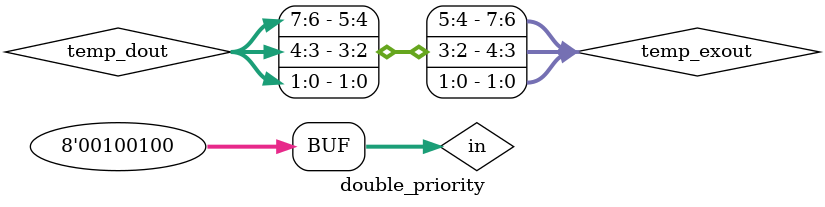
<source format=v>
module double_priority;
// =========== signal declaration ==================//
	reg [7:0]in;
	reg [2:0]out;

	reg [2:0]temp_out;
	reg [7:0]temp_dout,temp_exout;

// ============ logic for encoder operation ============//

	always @(in) begin
		casex(in)
			8'b0000_0001 : temp_out = 3'd0;
			8'b0000_001x: temp_out = 3'd1;
			8'b0000_01xx: temp_out = 3'd2;
			8'b0000_1xxx : temp_out = 3'd3;
			8'b0001_xxxx : temp_out = 3'd4;
			8'b001x_xxxx : temp_out = 3'd5;
			8'b01xx_xxxx : temp_out = 3'd6;
			8'b1xxx_xxxx : temp_out = 3'd7;
		endcase
	end

// =============== logic for decoder =================//

	always @(temp_out) begin
		case(temp_out) 
			8'd0 : temp_dout = 8'd1;
			8'd1 : temp_dout = 8'd2;
			8'd2 : temp_dout = 8'd4;
			8'd3 : temp_dout = 8'd8;
			8'd4 : temp_dout = 8'd16;
			8'd5 : temp_dout = 8'd32;
			8'd6 : temp_dout = 8'd64;
			8'd7 : temp_dout = 8'd128;
		endcase
	end 
// ==================  ex-or operations ==============//

	assign temp_exout[0] = temp_dout[0]^in[0];
	assign temp_exout[1] = temp_dout[1]^in[1];
	assign temp_exout[2] = temp_dout[2]^in[2];
	assign temp_exout[3] = temp_dout[3]^in[3];
	assign temp_exout[4] = temp_dout[4]^in[4];
	assign temp_exout[5] = temp_dout[5]^in[5];
	assign temp_exout[6] = temp_dout[6]^in[6];
	assign temp_exout[7] = temp_dout[7]^in[7];




// ============== logic for second encoder ================//

	always @(temp_exout) begin
		casex(temp_exout)
			8'b0000_0001 : out = 3'd0;
			8'b0000_001x : out = 3'd1;
			8'b0000_01xx : out = 3'd2;
			8'b0000_1xxx : out = 3'd3;
			8'b0001_xxxx : out = 3'd4;
			8'b001x_xxxx : out = 3'd5;
			8'b01xx_xxxx : out = 3'd6;
			8'b1xxx_xxxx : out = 3'd7;
		endcase
	end


// =================== stimulus passing ======================

	initial begin
		in = 8'd130;
	#12 in = 8'd36;
	end

	initial begin
		$monitor("in = %b_%b   out = %d   temp_out = %b  temp_dout = %b  temp_e_out = %b ",in[7:4],in[3:0],out,temp_out,temp_dout,temp_exout);
	end

endmodule

</source>
